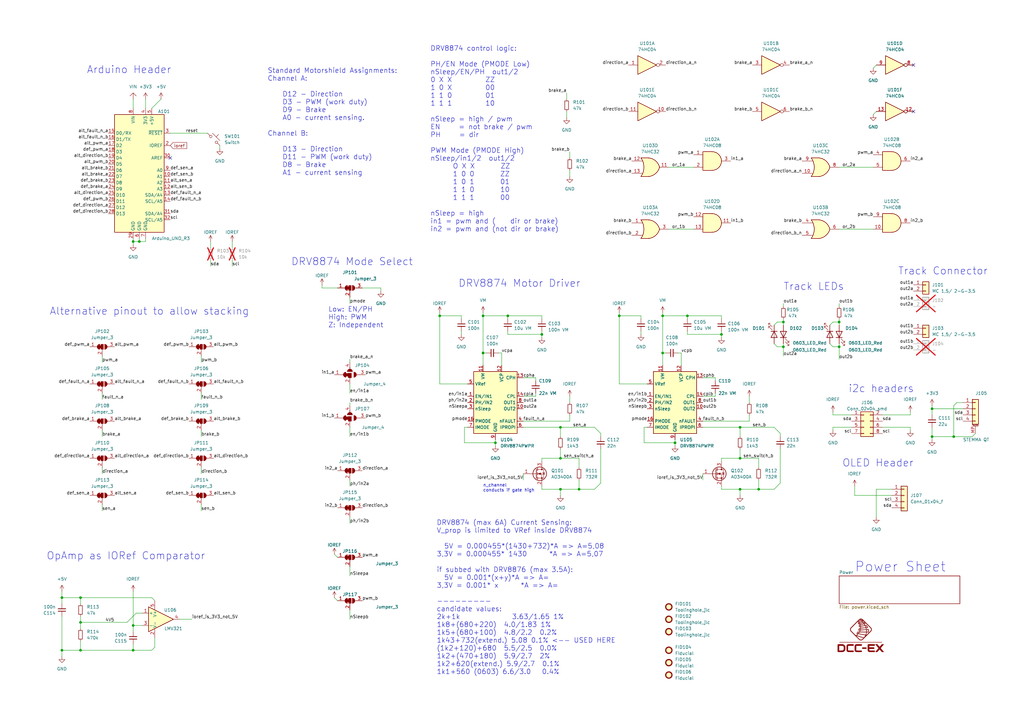
<source format=kicad_sch>
(kicad_sch (version 20230121) (generator eeschema)
  (paper "A3")
  (title_block (title "EX-Motorshield8874") (date "2023-02-23") (rev "RevA") (company "semify-eda.com") (comment 1 "Engineer: Erwin Peterlin") (comment 3 "CERN-OHL-W v2 or later") (comment 4 "Licensed under"))
  (junction (at 25.4 245.11))
  (junction (at 311.15 200.66))
  (junction (at 344.17 142.24))
  (junction (at 57.15 99.06))
  (junction (at 222.25 137.16))
  (junction (at 295.91 137.16))
  (junction (at 54.61 256.54))
  (junction (at 25.4 266.7))
  (junction (at 229.87 187.96))
  (junction (at 208.28 129.54))
  (junction (at 237.49 200.66))
  (junction (at 54.61 99.06))
  (junction (at 321.31 132.08))
  (junction (at 271.78 129.54))
  (junction (at 254 129.54))
  (junction (at 33.02 245.11))
  (junction (at 198.12 129.54))
  (junction (at 229.87 175.26))
  (junction (at 391.16 179.07))
  (junction (at 198.12 144.78))
  (junction (at 180.34 129.54))
  (junction (at 276.86 181.61))
  (junction (at 303.53 200.66))
  (junction (at 281.94 129.54))
  (junction (at 229.87 200.66))
  (junction (at 54.61 266.7))
  (junction (at 382.27 179.07))
  (junction (at 303.53 175.26))
  (junction (at 344.17 132.08))
  (junction (at 33.02 255.27))
  (junction (at 382.27 167.64))
  (junction (at 203.2 181.61))
  (junction (at 271.78 144.78))
  (junction (at 303.53 187.96))
  (junction (at 33.02 266.7))
  (junction (at 321.31 142.24))
  (no_connect (at 374.65 45.72))
  (no_connect (at 69.85 64.77))
  (no_connect (at 374.65 26.67))
  (wire (pts (xy 303.53 187.96) (xy 311.15 187.96)))
  (wire (pts (xy 82.55 194.31) (xy 82.55 191.77)))
  (wire (pts (xy 344.17 93.98) (xy 358.14 93.98)))
  (wire (pts (xy 143.51 254) (xy 143.51 250.19)))
  (wire (pts (xy 57.15 99.06) (xy 59.69 99.06)))
  (wire (pts (xy 25.4 245.11) (xy 25.4 247.65)))
  (wire (pts (xy 262.89 137.16) (xy 262.89 135.89)))
  (wire (pts (xy 271.78 144.78) (xy 273.05 144.78)))
  (wire (pts (xy 222.25 200.66) (xy 229.87 200.66)))
  (wire (pts (xy 41.91 163.83) (xy 41.91 161.29)))
  (wire (pts (xy 341.63 170.18) (xy 349.25 170.18)))
  (wire (pts (xy 359.41 200.66) (xy 359.41 212.09)))
  (wire (pts (xy 392.43 165.1) (xy 391.16 166.37)))
  (wire (pts (xy 229.87 175.26) (xy 229.87 179.07)))
  (wire (pts (xy 295.91 187.96) (xy 303.53 187.96)))
  (wire (pts (xy 307.34 170.18) (xy 307.34 172.72)))
  (wire (pts (xy 321.31 124.46) (xy 321.31 125.73)))
  (wire (pts (xy 295.91 137.16) (xy 281.94 137.16)))
  (wire (pts (xy 233.68 64.77) (xy 233.68 62.23)))
  (wire (pts (xy 189.23 137.16) (xy 189.23 135.89)))
  (wire (pts (xy 95.25 109.22) (xy 95.25 106.68)))
  (wire (pts (xy 391.16 179.07) (xy 398.78 179.07)))
  (wire (pts (xy 276.86 182.88) (xy 276.86 181.61)))
  (wire (pts (xy 203.2 182.88) (xy 203.2 181.61)))
  (wire (pts (xy 382.27 167.64) (xy 382.27 170.18)))
  (wire (pts (xy 190.5 175.26) (xy 191.77 175.26)))
  (wire (pts (xy 143.51 124.46) (xy 143.51 121.92)))
  (wire (pts (xy 222.25 199.39) (xy 222.25 200.66)))
  (wire (pts (xy 232.41 45.72) (xy 232.41 48.26)))
  (wire (pts (xy 237.49 196.85) (xy 237.49 200.66)))
  (wire (pts (xy 198.12 144.78) (xy 199.39 144.78)))
  (wire (pts (xy 341.63 175.26) (xy 349.25 175.26)))
  (wire (pts (xy 320.04 184.15) (xy 320.04 198.12)))
  (wire (pts (xy 62.23 245.11) (xy 63.5 246.38)))
  (wire (pts (xy 264.16 181.61) (xy 276.86 181.61)))
  (wire (pts (xy 143.51 147.32) (xy 143.51 148.59)))
  (wire (pts (xy 86.36 109.22) (xy 86.36 106.68)))
  (wire (pts (xy 340.36 140.97) (xy 341.63 142.24)))
  (wire (pts (xy 95.25 99.06) (xy 95.25 101.6)))
  (wire (pts (xy 392.43 165.1) (xy 394.97 165.1)))
  (wire (pts (xy 233.68 162.56) (xy 233.68 165.1)))
  (wire (pts (xy 205.74 144.78) (xy 205.74 149.86)))
  (wire (pts (xy 303.53 184.15) (xy 303.53 187.96)))
  (wire (pts (xy 143.51 214.63) (xy 143.51 212.09)))
  (wire (pts (xy 237.49 200.66) (xy 243.84 200.66)))
  (wire (pts (xy 321.31 130.81) (xy 321.31 132.08)))
  (wire (pts (xy 198.12 129.54) (xy 198.12 144.78)))
  (wire (pts (xy 25.4 266.7) (xy 25.4 269.24)))
  (wire (pts (xy 237.49 187.96) (xy 237.49 191.77)))
  (wire (pts (xy 219.71 161.29) (xy 219.71 162.56)))
  (wire (pts (xy 276.86 180.34) (xy 276.86 181.61)))
  (wire (pts (xy 271.78 129.54) (xy 281.94 129.54)))
  (wire (pts (xy 246.38 184.15) (xy 246.38 198.12)))
  (wire (pts (xy 318.77 132.08) (xy 321.31 132.08)))
  (wire (pts (xy 214.63 154.94) (xy 219.71 154.94)))
  (wire (pts (xy 190.5 175.26) (xy 190.5 181.61)))
  (wire (pts (xy 41.91 194.31) (xy 41.91 191.77)))
  (wire (pts (xy 62.23 266.7) (xy 63.5 265.43)))
  (wire (pts (xy 293.37 162.56) (xy 288.29 162.56)))
  (wire (pts (xy 55.88 251.46) (xy 58.42 251.46)))
  (wire (pts (xy 243.84 175.26) (xy 246.38 177.8)))
  (wire (pts (xy 344.17 124.46) (xy 344.17 125.73)))
  (wire (pts (xy 254 129.54) (xy 254 157.48)))
  (wire (pts (xy 69.85 54.61) (xy 85.09 54.61)))
  (wire (pts (xy 318.77 142.24) (xy 321.31 142.24)))
  (wire (pts (xy 198.12 144.78) (xy 198.12 149.86)))
  (wire (pts (xy 132.08 116.84) (xy 132.08 118.11)))
  (wire (pts (xy 254 157.48) (xy 265.43 157.48)))
  (wire (pts (xy 54.61 256.54) (xy 54.61 259.08)))
  (wire (pts (xy 341.63 168.91) (xy 341.63 170.18)))
  (wire (pts (xy 320.04 198.12) (xy 317.5 200.66)))
  (wire (pts (xy 293.37 154.94) (xy 293.37 156.21)))
  (wire (pts (xy 190.5 181.61) (xy 203.2 181.61)))
  (wire (pts (xy 274.32 93.98) (xy 284.48 93.98)))
  (wire (pts (xy 358.14 46.99) (xy 359.41 45.72)))
  (wire (pts (xy 344.17 68.58) (xy 358.14 68.58)))
  (wire (pts (xy 156.21 118.11) (xy 148.59 118.11)))
  (wire (pts (xy 278.13 144.78) (xy 279.4 144.78)))
  (wire (pts (xy 82.55 209.55) (xy 82.55 207.01)))
  (wire (pts (xy 208.28 129.54) (xy 222.25 129.54)))
  (wire (pts (xy 214.63 175.26) (xy 229.87 175.26)))
  (wire (pts (xy 229.87 200.66) (xy 229.87 203.2)))
  (wire (pts (xy 320.04 177.8) (xy 320.04 179.07)))
  (wire (pts (xy 229.87 184.15) (xy 229.87 187.96)))
  (wire (pts (xy 264.16 175.26) (xy 264.16 181.61)))
  (wire (pts (xy 344.17 140.97) (xy 344.17 142.24)))
  (wire (pts (xy 82.55 148.59) (xy 82.55 146.05)))
  (wire (pts (xy 33.02 245.11) (xy 33.02 247.65)))
  (wire (pts (xy 232.41 40.64) (xy 232.41 38.1)))
  (wire (pts (xy 90.17 59.69) (xy 90.17 60.96)))
  (wire (pts (xy 33.02 255.27) (xy 52.07 255.27)))
  (wire (pts (xy 361.95 170.18) (xy 373.38 170.18)))
  (wire (pts (xy 382.27 180.34) (xy 382.27 179.07)))
  (wire (pts (xy 156.21 118.11) (xy 156.21 119.38)))
  (wire (pts (xy 373.38 175.26) (xy 373.38 176.53)))
  (wire (pts (xy 33.02 266.7) (xy 54.61 266.7)))
  (wire (pts (xy 341.63 132.08) (xy 344.17 132.08)))
  (wire (pts (xy 317.5 140.97) (xy 318.77 142.24)))
  (wire (pts (xy 303.53 200.66) (xy 303.53 203.2)))
  (wire (pts (xy 274.32 68.58) (xy 284.48 68.58)))
  (wire (pts (xy 262.89 129.54) (xy 262.89 130.81)))
  (wire (pts (xy 41.91 148.59) (xy 41.91 146.05)))
  (wire (pts (xy 233.68 69.85) (xy 233.68 72.39)))
  (wire (pts (xy 361.95 175.26) (xy 373.38 175.26)))
  (wire (pts (xy 344.17 132.08) (xy 344.17 133.35)))
  (wire (pts (xy 303.53 200.66) (xy 311.15 200.66)))
  (wire (pts (xy 137.16 245.11) (xy 138.43 246.38)))
  (wire (pts (xy 264.16 175.26) (xy 265.43 175.26)))
  (wire (pts (xy 307.34 162.56) (xy 307.34 165.1)))
  (wire (pts (xy 33.02 255.27) (xy 33.02 257.81)))
  (wire (pts (xy 214.63 172.72) (xy 233.68 172.72)))
  (wire (pts (xy 198.12 128.27) (xy 198.12 129.54)))
  (wire (pts (xy 281.94 137.16) (xy 281.94 135.89)))
  (wire (pts (xy 33.02 245.11) (xy 25.4 245.11)))
  (wire (pts (xy 344.17 130.81) (xy 344.17 132.08)))
  (wire (pts (xy 33.02 262.89) (xy 33.02 266.7)))
  (wire (pts (xy 180.34 128.27) (xy 180.34 129.54)))
  (wire (pts (xy 143.51 179.07) (xy 143.51 175.26)))
  (wire (pts (xy 204.47 144.78) (xy 205.74 144.78)))
  (wire (pts (xy 180.34 129.54) (xy 180.34 157.48)))
  (wire (pts (xy 311.15 187.96) (xy 311.15 191.77)))
  (wire (pts (xy 54.61 264.16) (xy 54.61 266.7)))
  (wire (pts (xy 254 128.27) (xy 254 129.54)))
  (wire (pts (xy 219.71 154.94) (xy 219.71 156.21)))
  (wire (pts (xy 246.38 177.8) (xy 246.38 179.07)))
  (wire (pts (xy 233.68 170.18) (xy 233.68 172.72)))
  (wire (pts (xy 143.51 199.39) (xy 143.51 196.85)))
  (wire (pts (xy 180.34 157.48) (xy 191.77 157.48)))
  (wire (pts (xy 63.5 261.62) (xy 63.5 265.43)))
  (wire (pts (xy 344.17 142.24) (xy 344.17 147.32)))
  (wire (pts (xy 229.87 175.26) (xy 243.84 175.26)))
  (wire (pts (xy 208.28 137.16) (xy 208.28 135.89)))
  (wire (pts (xy 82.55 163.83) (xy 82.55 161.29)))
  (wire (pts (xy 271.78 129.54) (xy 271.78 144.78)))
  (wire (pts (xy 25.4 266.7) (xy 33.02 266.7)))
  (wire (pts (xy 54.61 100.33) (xy 54.61 99.06)))
  (wire (pts (xy 281.94 129.54) (xy 295.91 129.54)))
  (wire (pts (xy 54.61 40.64) (xy 54.61 44.45)))
  (wire (pts (xy 143.51 236.22) (xy 143.51 232.41)))
  (wire (pts (xy 288.29 154.94) (xy 293.37 154.94)))
  (wire (pts (xy 295.91 138.43) (xy 295.91 137.16)))
  (wire (pts (xy 295.91 199.39) (xy 295.91 200.66)))
  (wire (pts (xy 203.2 180.34) (xy 203.2 181.61)))
  (wire (pts (xy 288.29 172.72) (xy 307.34 172.72)))
  (wire (pts (xy 41.91 179.07) (xy 41.91 176.53)))
  (wire (pts (xy 208.28 130.81) (xy 208.28 129.54)))
  (wire (pts (xy 54.61 256.54) (xy 54.61 242.57)))
  (wire (pts (xy 359.41 200.66) (xy 365.76 200.66)))
  (wire (pts (xy 54.61 99.06) (xy 57.15 99.06)))
  (wire (pts (xy 279.4 144.78) (xy 279.4 149.86)))
  (wire (pts (xy 25.4 242.57) (xy 25.4 245.11)))
  (wire (pts (xy 222.25 189.23) (xy 222.25 187.96)))
  (wire (pts (xy 86.36 99.06) (xy 86.36 101.6)))
  (wire (pts (xy 54.61 99.06) (xy 54.61 97.79)))
  (wire (pts (xy 303.53 175.26) (xy 303.53 179.07)))
  (wire (pts (xy 137.16 227.33) (xy 138.43 228.6)))
  (wire (pts (xy 54.61 256.54) (xy 58.42 256.54)))
  (wire (pts (xy 143.51 161.29) (xy 143.51 157.48)))
  (wire (pts (xy 358.14 27.94) (xy 359.41 26.67)))
  (wire (pts (xy 350.52 199.39) (xy 350.52 203.2)))
  (wire (pts (xy 59.69 40.64) (xy 59.69 44.45)))
  (wire (pts (xy 246.38 198.12) (xy 243.84 200.66)))
  (wire (pts (xy 33.02 245.11) (xy 62.23 245.11)))
  (wire (pts (xy 222.25 135.89) (xy 222.25 137.16)))
  (wire (pts (xy 303.53 175.26) (xy 317.5 175.26)))
  (wire (pts (xy 317.5 175.26) (xy 320.04 177.8)))
  (wire (pts (xy 281.94 130.81) (xy 281.94 129.54)))
  (wire (pts (xy 321.31 142.24) (xy 321.31 146.05)))
  (wire (pts (xy 222.25 137.16) (xy 208.28 137.16)))
  (wire (pts (xy 295.91 129.54) (xy 295.91 130.81)))
  (wire (pts (xy 321.31 140.97) (xy 321.31 142.24)))
  (wire (pts (xy 382.27 166.37) (xy 382.27 167.64)))
  (wire (pts (xy 311.15 196.85) (xy 311.15 200.66)))
  (wire (pts (xy 341.63 142.24) (xy 344.17 142.24)))
  (wire (pts (xy 229.87 200.66) (xy 237.49 200.66)))
  (wire (pts (xy 214.63 194.31) (xy 214.63 196.85)))
  (wire (pts (xy 73.66 254) (xy 78.74 254)))
  (wire (pts (xy 271.78 144.78) (xy 271.78 149.86)))
  (wire (pts (xy 321.31 132.08) (xy 321.31 133.35)))
  (wire (pts (xy 55.88 251.46) (xy 52.07 255.27)))
  (wire (pts (xy 25.4 252.73) (xy 25.4 266.7)))
  (wire (pts (xy 350.52 203.2) (xy 365.76 203.2)))
  (wire (pts (xy 288.29 175.26) (xy 303.53 175.26)))
  (wire (pts (xy 317.5 133.35) (xy 318.77 132.08)))
  (wire (pts (xy 143.51 165.1) (xy 143.51 166.37)))
  (wire (pts (xy 82.55 179.07) (xy 82.55 176.53)))
  (wire (pts (xy 382.27 167.64) (xy 394.97 167.64)))
  (wire (pts (xy 189.23 129.54) (xy 189.23 130.81)))
  (wire (pts (xy 59.69 99.06) (xy 59.69 97.79)))
  (wire (pts (xy 219.71 162.56) (xy 214.63 162.56)))
  (wire (pts (xy 222.25 129.54) (xy 222.25 130.81)))
  (wire (pts (xy 382.27 175.26) (xy 382.27 179.07)))
  (wire (pts (xy 229.87 187.96) (xy 237.49 187.96)))
  (wire (pts (xy 271.78 128.27) (xy 271.78 129.54)))
  (wire (pts (xy 293.37 161.29) (xy 293.37 162.56)))
  (wire (pts (xy 33.02 252.73) (xy 33.02 255.27)))
  (wire (pts (xy 222.25 138.43) (xy 222.25 137.16)))
  (wire (pts (xy 254 129.54) (xy 262.89 129.54)))
  (wire (pts (xy 66.04 40.64) (xy 62.23 44.45)))
  (wire (pts (xy 295.91 135.89) (xy 295.91 137.16)))
  (wire (pts (xy 398.78 179.07) (xy 400.05 177.8)))
  (wire (pts (xy 54.61 266.7) (xy 62.23 266.7)))
  (wire (pts (xy 373.38 168.91) (xy 373.38 170.18)))
  (wire (pts (xy 198.12 129.54) (xy 208.28 129.54)))
  (wire (pts (xy 180.34 129.54) (xy 189.23 129.54)))
  (wire (pts (xy 382.27 179.07) (xy 391.16 179.07)))
  (wire (pts (xy 311.15 200.66) (xy 317.5 200.66)))
  (wire (pts (xy 41.91 209.55) (xy 41.91 207.01)))
  (wire (pts (xy 295.91 200.66) (xy 303.53 200.66)))
  (wire (pts (xy 132.08 118.11) (xy 138.43 118.11)))
  (wire (pts (xy 340.36 133.35) (xy 341.63 132.08)))
  (wire (pts (xy 288.29 194.31) (xy 288.29 196.85)))
  (wire (pts (xy 222.25 187.96) (xy 229.87 187.96)))
  (wire (pts (xy 341.63 175.26) (xy 341.63 176.53)))
  (wire (pts (xy 57.15 99.06) (xy 57.15 97.79)))
  (wire (pts (xy 391.16 166.37) (xy 391.16 179.07)))
  (wire (pts (xy 295.91 189.23) (xy 295.91 187.96)))
  (text "Power Sheet" (at 350.52 234.95 0) (effects (font (size 4 4)) (justify left bottom)))
  (text "Standard Motorshield Assignments:\nChannel A:\n\n    D12 - Direction\n    D3 - PWM (work duty)\n    D9 - Brake\n    A0 - current sensing.\n\nChannel B:\n\n    D13 - Direction\n    D11 - PWM (work duty)\n    D8 - Brake\n    A1 - current sensing\n" (at 109.728 72.136 0) (effects (font (size 2 2)) (justify left bottom)))
  (text "Track LEDs" (at 321.31 119.38 0) (effects (font (size 3 3)) (justify left bottom)))
  (text "DRV8874 Mode Select" (at 119.38 109.22 0) (effects (font (size 3 3)) (justify left bottom)))
  (text "Low: EN/PH\nHigh: PWM\nZ: Independent" (at 134.62 134.62 0) (effects (font (size 2 2)) (justify left bottom)))
  (text "OpAmp as IORef Comparator" (at 19.05 229.87 0) (effects (font (size 3 3)) (justify left bottom)))
  (text "DRV8874 Motor Driver" (at 187.96 118.11 0) (effects (font (size 3 3)) (justify left bottom)))
  (text "DRV8874 (max 6A) Current Sensing: \nV_prop is limited to VRef inside DRV8874\n\n  5V = 0.000455*(1430+732)*A => A=5,08\n3,3V = 0.000455* 1430      *A => A=5,07\n\nif subbed with DRV8876 (max 3.5A):\n  5V = 0.001*(x+y)*A => A=\n3,3V = 0.001* x      *A => A=\n\n---------\ncandidate values:\n2k+1k              3.63/1.65 1%\n1k8+(680+220)  4.0/1.83 1%\n1k5+(680+100)  4.8/2.2  0.2%\n1k43+732(extend.) 5.08 0.1% <-- USED HERE\n(1k2+120)+680  5.5/2.5  0.0%   \n1k2+(470+180)  5.9/2.7  2%\n1k2+620(extend.) 5.9/2.7  0.1%\n1k1+560 (0603) 6.6/3.0   0.4%\n" (at 179.07 276.86 0) (effects (font (size 2 2)) (justify left bottom)))
  (text "n_channel\nconducts if gate high" (at 198.12 201.93 0) (effects (font (size 1.27 1.27)) (justify left bottom)))
  (text "DRV8874 control logic:\n\nPH/EN Mode (PMODE Low)\nnSleep/EN/PH  out1/2\n0 X X         ZZ\n1 0 X         00\n1 1 0         01\n1 1 1         10\n\nnSleep = high / pwm\nEN     = not brake / pwm\nPH     = dir\n\nPWM Mode (PMODE High)\nnSleep/in1/2  out1/2\n      O X X       ZZ\n      1 0 0       ZZ\n      1 0 1       01\n      1 1 0       10\n      1 1 1       00\n\nnSleep = high\nin1 = pwm and (    dir or brake)\nin2 = pwm and (not dir or brake)" (at 176.53 95.25 0) (effects (font (size 2 2)) (justify left bottom)))
  (text "Arduino Header" (at 35.56 30.48 0) (effects (font (size 3 3)) (justify left bottom)))
  (text "Track Connector" (at 368.3 113.03 0) (effects (font (size 3 3)) (justify left bottom)))
  (text "Alternative pinout to allow stacking" (at 20.32 129.54 0) (effects (font (size 3 3)) (justify left bottom)))
  (text "new MotorDriver( 3, 12, UNUSED_PIN, 9, A0, 2.99, 1500, UNUSED_PIN), \\\n  new MotorDriver(11, 13, UNUSED_PIN, 8, A1, 2.99, 1500, UNUSED_PIN), \\\n  new MotorDriver( 2, 10, UNUSED_PIN, 7, A2, 2.99, 1500, UNUSED_PIN), \\\n  new MotorDriver( 5,  4, UNUSED_PIN, 6, A3, 2.99, 1500, UNUSED_PIN)" (at 20.574 -9.652 0) (effects (font (size 3 3)) (justify left bottom)))
  (text "OLED Header" (at 345.44 191.77 0) (effects (font (size 3 3)) (justify left bottom)))
  (text "i2c headers" (at 347.98 161.29 0) (effects (font (size 3 3)) (justify left bottom)))
  (label "pwm_b" (at 82.55 148.59 0))
  (label "direction_a_n" (at 328.93 71.12 180))
  (label "alt_direction_a" (at 46.99 187.96 0))
  (label "ioref_is_3V3_not_5V" (at 78.74 254 0))
  (label "out2a" (at 374.65 125.73 180))
  (label "cphb" (at 288.29 154.94 0))
  (label "brake_a" (at 328.93 66.04 180))
  (label "fault_n_a" (at 41.91 163.83 0))
  (label "out1b" (at 344.17 124.46 0))
  (label "pwm_a" (at 358.14 63.5 180))
  (label "sen_b" (at 308.61 175.26 0))
  (label "in2_a" (at 373.38 66.04 0))
  (label "def_direction_a" (at 36.83 187.96 180))
  (label "out2b" (at 344.17 147.32 0))
  (label "direction_a" (at 41.91 194.31 0))
  (label "brake_b" (at 259.08 91.44 180))
  (label "def_fault_n_b" (at 77.47 157.48 180))
  (label "out2a" (at 214.63 167.64 0))
  (label "cpha" (at 214.63 154.94 0))
  (label "direction_a_n" (at 273.05 26.67 0))
  (label "direction_a" (at 259.08 71.12 180))
  (label "alt_sen_b" (at 87.63 203.2 0))
  (label "def_fault_n_a" (at 69.85 80.01 0))
  (label "nSleepa" (at 191.77 167.64 180))
  (label "brake_a" (at 259.08 66.04 180))
  (label "def_fault_n_a" (at 36.83 157.48 180))
  (label "brake_a" (at 41.91 179.07 0))
  (label "alt_brake_b" (at 87.63 172.72 0))
  (label "en{slash}in1a" (at 143.51 161.29 0))
  (label "pmode" (at 143.51 124.46 0))
  (label "direction_b" (at 257.81 45.72 180))
  (label "ioref_is_3V3_not_5V" (at 214.63 196.85 180))
  (label "alt_brake_b" (at 44.45 69.85 180))
  (label "out1b" (at 374.65 140.97 180))
  (label "ph{slash}in2b" (at 265.43 165.1 180))
  (label "alt_sen_a" (at 46.99 203.2 0))
  (label "sda" (at 365.76 208.28 180))
  (label "cpla" (at 214.63 162.56 0))
  (label "alt_brake_a" (at 44.45 72.39 180))
  (label "brake_b" (at 308.61 45.72 180))
  (label "alt_direction_b" (at 87.63 187.96 0))
  (label "brake_b" (at 82.55 179.07 0))
  (label "alt_fault_n_a" (at 46.99 157.48 0))
  (label "cplb" (at 288.29 162.56 0))
  (label "scl" (at 365.76 205.74 180))
  (label "vcpb" (at 279.4 144.78 0))
  (label "out2a" (at 321.31 146.05 0))
  (label "direction_b_n" (at 328.93 96.52 180))
  (label "alt_sen_b" (at 69.85 77.47 0))
  (label "direction_b" (at 148.59 208.28 0))
  (label "pwm_a" (at 148.59 228.6 0))
  (label "def_sen_b" (at 69.85 72.39 0))
  (label "def_pwm_b" (at 44.45 82.55 180))
  (label "pmode" (at 191.77 172.72 180))
  (label "en{slash}in1b" (at 143.51 179.07 0))
  (label "pwm_b" (at 149.86 171.45 0))
  (label "def_direction_b" (at 77.47 187.96 180))
  (label "alt_direction_a" (at 44.45 80.01 180))
  (label "def_sen_a" (at 69.85 69.85 0))
  (label "out1a" (at 374.65 123.19 180))
  (label "direction_b" (at 259.08 96.52 180))
  (label "def_pwm_a" (at 36.83 142.24 180))
  (label "fault_n_b" (at 288.29 172.72 0))
  (label "scl" (at 394.97 172.72 180))
  (label "brake_b" (at 328.93 91.44 180))
  (label "def_pwm_b" (at 77.47 142.24 180))
  (label "sen_switch_b" (at 304.8 187.96 0))
  (label "brake_a" (at 232.41 38.1 180))
  (label "def_brake_a" (at 44.45 77.47 180))
  (label "in1_b" (at 137.16 171.45 180))
  (label "scl" (at 95.25 109.22 0))
  (label "def_brake_a" (at 36.83 172.72 180))
  (label "or_2a" (at 345.44 68.58 0))
  (label "sda" (at 361.95 172.72 0))
  (label "alt_sen_a" (at 69.85 74.93 0))
  (label "sen_a" (at 234.95 175.26 0))
  (label "out1b" (at 374.65 134.62 180))
  (label "ioref_is_3V3_not_5V" (at 288.29 196.85 180))
  (label "brake_b_n" (at 143.51 165.1 0))
  (label "or_2b" (at 345.44 93.98 0))
  (label "brake_b" (at 233.68 62.23 180))
  (label "pwm_a" (at 149.86 153.67 0))
  (label "alt_pwm_a" (at 44.45 59.69 180))
  (label "def_fault_n_b" (at 69.85 82.55 0))
  (label "alt_brake_a" (at 46.99 172.72 0))
  (label "out1a" (at 214.63 165.1 0))
  (label "alt_fault_n_a" (at 44.45 54.61 180))
  (label "pwm_a" (at 284.48 63.5 180))
  (label "def_brake_b" (at 77.47 172.72 180))
  (label "out1a" (at 321.31 124.46 0))
  (label "fault_n_a" (at 214.63 172.72 0))
  (label "direction_a" (at 257.81 26.67 180))
  (label "alt_pwm_b" (at 44.45 67.31 180))
  (label "out2b" (at 374.65 137.16 180))
  (label "def_pwm_a" (at 44.45 62.23 180))
  (label "sda" (at 394.97 170.18 180))
  (label "nSleepa" (at 143.51 236.22 0))
  (label "alt_direction_b" (at 44.45 64.77 180))
  (label "ph{slash}in2b" (at 143.51 214.63 0))
  (label "sen_switch_a" (at 231.14 187.96 0))
  (label "scl" (at 361.95 177.8 0))
  (label "brake_a_n" (at 143.51 147.32 0))
  (label "out1b" (at 288.29 165.1 0))
  (label "out2b" (at 288.29 167.64 0))
  (label "sda" (at 69.85 87.63 0))
  (label "direction_a" (at 148.59 193.04 0))
  (label "def_sen_b" (at 77.47 203.2 180))
  (label "nSleepb" (at 143.51 254 0))
  (label "ph{slash}in2a" (at 191.77 165.1 180))
  (label "brake_b_n" (at 323.85 45.72 0))
  (label "def_brake_b" (at 44.45 74.93 180))
  (label "4V5" (at 43.18 255.27 0))
  (label "out2a" (at 374.65 119.38 180))
  (label "alt_fault_n_b" (at 87.63 157.48 0))
  (label "pwm_b" (at 284.48 88.9 180))
  (label "pmode" (at 265.43 172.72 180))
  (label "pwm_b" (at 148.59 246.38 0))
  (label "in2_a" (at 138.43 193.04 180))
  (label "pwm_b" (at 358.14 88.9 180))
  (label "ph{slash}in2a" (at 143.51 199.39 0))
  (label "scl" (at 69.85 90.17 0))
  (label "sen_a" (at 41.91 209.55 0))
  (label "scl" (at 349.25 177.8 180))
  (label "direction_b" (at 82.55 194.31 0))
  (label "brake_a_n" (at 323.85 26.67 0))
  (label "or_1b" (at 275.59 93.98 0))
  (label "sda" (at 86.36 109.22 0))
  (label "in1_a" (at 299.72 66.04 0))
  (label "out2b" (at 374.65 143.51 180))
  (label "def_direction_b" (at 44.45 87.63 180))
  (label "def_direction_a" (at 44.45 85.09 180))
  (label "alt_pwm_b" (at 87.63 142.24 0))
  (label "vcpa" (at 205.74 144.78 0))
  (label "en{slash}in1b" (at 265.43 162.56 180))
  (label "nSleepb" (at 265.43 167.64 180))
  (label "in2_b" (at 138.43 208.28 180))
  (label "sda" (at 349.25 172.72 180))
  (label "in2_b" (at 373.38 91.44 0))
  (label "def_sen_a" (at 36.83 203.2 180))
  (label "reset" (at 76.2 54.61 0))
  (label "pwm_a" (at 41.91 148.59 0))
  (label "in1_a" (at 137.16 153.67 180))
  (label "brake_a" (at 308.61 26.67 180))
  (label "en{slash}in1a" (at 191.77 162.56 180))
  (label "or_1a" (at 275.59 68.58 0))
  (label "alt_fault_n_b" (at 44.45 57.15 180))
  (label "out1a" (at 374.65 116.84 180))
  (label "direction_b_n" (at 273.05 45.72 0))
  (label "sen_b" (at 82.55 209.55 0))
  (label "in1_b" (at 299.72 91.44 0))
  (label "fault_n_b" (at 82.55 163.83 0))
  (label "alt_pwm_a" (at 46.99 142.24 0))
  (global_label "ioref" (shape input) (at 69.85 59.69 0) (property "Intersheetrefs" "${INTERSHEET_REFS}" (effects hide)))
  (symbol (lib_id "power:GND") (at 156.21 119.38 0) (unit 1)
    (property "Reference" "#PWR0113" (effects hide))
    (property "Value" "GND" (at 156.21 124.46 0))
  )
  (symbol (lib_id "74xx:74LS32") (at 266.7 93.98 0) (unit 1)
    (property "Reference" "U103" (at 266.7 85.09 0))
    (property "Value" "74HC32" (at 266.7 87.63 0))
    (property "Footprint" "Package_SO:SO-14_3.9x8.65mm_P1.27mm" (effects hide))
    (property "LCSC Part #" "C5632" (effects hide))
    (property "rohs_cert_or_in_datasheet" "y" (effects hide))
  )
  (symbol (lib_id "power:GND") (at 54.61 100.33 0) (unit 1)
    (property "Reference" "#PWR0111" (effects hide))
    (property "Value" "GND" (at 54.61 105.41 0))
  )
  (symbol (lib_id "Jumper:SolderJumper_3_Bridged12") (at 41.91 203.2 0) (unit 1) (in_bom no)
    (property "Reference" "JP113" (at 41.91 196.85 0))
    (property "Value" "Jumper_3" (at 41.91 199.39 0))
    (property "Footprint" "Jumper:SolderJumper-3_P1.3mm_Bridged12_RoundedPad1.0x1.5mm" (effects hide))
  )
  (symbol (lib_id "_my:IOREF") (at 137.16 245.11 0) (unit 1) (in_bom no) (on_board no)
    (property "Reference" "#PWR0139" (effects hide))
    (property "Value" "IOREF" (at 137.16 241.3 0))
  )
  (symbol (lib_id "power:GND") (at 276.86 182.88 0) (unit 1)
    (property "Reference" "#PWR0131" (effects hide))
    (property "Value" "GND" (at 276.86 187.96 0))
  )
  (symbol (lib_id "_my:IOREF") (at 307.34 162.56 0) (unit 1) (in_bom no) (on_board no)
    (property "Reference" "#PWR0123" (effects hide))
    (property "Value" "IOREF" (at 307.34 157.48 0))
  )
  (symbol (lib_id "power:GND") (at 382.27 180.34 0) (unit 1)
    (property "Reference" "#PWR0129" (effects hide))
    (property "Value" "GND" (at 382.27 185.42 0))
  )
  (symbol (lib_id "Device:C_Small") (at 281.94 133.35 0) (unit 1)
    (property "Reference" "C105" (at 284.48 132.0862 0) (effects (justify left)))
    (property "Value" "10u VM" (at 284.48 134.6262 0) (effects (justify left)))
    (property "Footprint" "Capacitor_SMD:C_1206_3216Metric" (effects hide))
    (property "LCSC Part #" "C13585" (effects hide))
    (property "rohs_cert_or_in_datasheet" "y" (effects hide))
  )
  (symbol (lib_id "power:GND") (at 189.23 137.16 0) (unit 1)
    (property "Reference" "#PWR0118" (effects hide))
    (property "Value" "GND" (at 189.23 142.24 0))
  )
  (symbol (lib_id "Jumper:SolderJumper_3_Bridged12") (at 82.55 203.2 0) (unit 1) (in_bom no)
    (property "Reference" "JP114" (at 82.55 196.85 0))
    (property "Value" "Jumper_3" (at 82.55 199.39 0))
    (property "Footprint" "Jumper:SolderJumper-3_P1.3mm_Bridged12_RoundedPad1.0x1.5mm" (effects hide))
  )
  (symbol (lib_id "Device:LED") (at 340.36 137.16 270) (unit 1)
    (property "Reference" "D103" (at 332.74 134.62 90) (effects (justify left)))
    (property "Value" "0603_LED_Red" (at 347.98 143.51 90) (effects (justify left)))
    (property "Footprint" "LED_SMD:LED_0603_1608Metric" (effects hide))
    (property "LCSC Part #" "C72038" (effects hide))
    (property "rohs_cert_or_in_datasheet" "y" (effects hide))
  )
  (symbol (lib_id "Device:R_Small") (at 233.68 67.31 0) (unit 1)
    (property "Reference" "R102" (at 236.22 66.0399 0) (effects (justify left)))
    (property "Value" "47k" (at 236.22 68.5799 0) (effects (justify left)))
    (property "Footprint" "_my:R_1005_(0402)" (effects hide))
    (property "LCSC Part #" "C163440" (effects hide))
    (property "rohs_cert_or_in_datasheet" "y" (effects hide))
  )
  (symbol (lib_id "Device:C_Small") (at 25.4 250.19 180) (unit 1)
    (property "Reference" "C114" (at 22.86 251.46 0) (effects (justify left)))
    (property "Value" "100n" (at 22.86 248.92 0) (effects (justify left)))
    (property "Footprint" "_my:C_1005_(0402)" (effects hide))
    (property "LCSC Part #" "C1525" (effects hide))
    (property "rohs_cert_or_in_datasheet" "y" (effects hide))
  )
  (symbol (lib_id "74xx:74LS32") (at 266.7 68.58 0) (unit 4)
    (property "Reference" "U103" (at 266.7 59.69 0))
    (property "Value" "74HC32" (at 266.7 62.23 0))
    (property "Footprint" "Package_SO:SO-14_3.9x8.65mm_P1.27mm" (effects hide))
    (property "LCSC Part #" "C5632" (effects hide))
    (property "rohs_cert_or_in_datasheet" "y" (effects hide))
  )
  (symbol (lib_id "_my:Toolinghole_jlc") (at 274.32 248.92 0) (unit 1)
    (property "Reference" "FID101" (at 276.86 247.6499 0) (effects (justify left)))
    (property "Value" "Toolinghole_jlc" (at 276.86 250.1899 0) (effects (justify left)))
    (property "Footprint" "_my:toolinghole_jlc" (effects hide))
  )
  (symbol (lib_id "_my:IOREF") (at 137.16 227.33 0) (unit 1) (in_bom no) (on_board no)
    (property "Reference" "#PWR0136" (effects hide))
    (property "Value" "IOREF" (at 137.16 223.52 0))
  )
  (symbol (lib_id "Amplifier_Operational:LM321") (at 66.04 254 0) (unit 1)
    (property "Reference" "U106" (at 69.85 250.19 0))
    (property "Value" "LMV321" (at 71.12 257.81 0))
    (property "Footprint" "Package_TO_SOT_SMD:SOT-23-5" (effects hide))
    (property "Datasheet" "https://www.ti.com/cn/lit/ds/symlink/lmv321.pdf?ts=1676406758902&ref_url=https%253A%252F%252Fjlcpcb.com%252F" (effects hide))
    (property "LCSC Part #" "C7972" (effects hide))
    (property "rohs_cert_or_in_datasheet" "y" (effects hide))
  )
  (symbol (lib_id "Device:C_Small") (at 275.59 144.78 90) (unit 1)
    (property "Reference" "C108" (at 275.5963 138.43 90))
    (property "Value" "100n" (at 275.5963 140.97 90))
    (property "Footprint" "_my:C_1005_(0402)" (effects hide))
    (property "LCSC Part #" "C1525" (effects hide))
    (property "rohs_cert_or_in_datasheet" "y" (effects hide))
  )
  (symbol (lib_id "_my:IOREF") (at 373.38 168.91 0) (unit 1) (in_bom no) (on_board no)
    (property "Reference" "#PWR0126" (effects hide))
    (property "Value" "IOREF" (at 373.38 163.83 0))
  )
  (symbol (lib_id "power:GND") (at 262.89 137.16 0) (unit 1)
    (property "Reference" "#PWR0119" (effects hide))
    (property "Value" "GND" (at 262.89 142.24 0))
  )
  (symbol (lib_id "Device:R_Small") (at 321.31 128.27 180) (unit 1)
    (property "Reference" "R105" (at 325.12 127 0))
    (property "Value" "47k" (at 325.12 129.54 0))
    (property "Footprint" "_my:R_1005_(0402)" (effects hide))
    (property "LCSC Part #" "C163440" (effects hide))
    (property "rohs_cert_or_in_datasheet" "y" (effects hide))
  )
  (symbol (lib_id "Device:R_Small") (at 229.87 181.61 0) (unit 1)
    (property "Reference" "R109" (at 232.41 180.3399 0) (effects (justify left)))
    (property "Value" "1k43" (at 232.41 182.8799 0) (effects (justify left)))
    (property "Footprint" "_my:R_1005_(0402)" (effects hide))
    (property "LCSC Part #" "C226851" (effects hide))
    (property "rohs_cert_or_in_datasheet" "y" (effects hide))
  )
  (symbol (lib_id "_my:IOREF") (at 233.68 162.56 0) (unit 1) (in_bom no) (on_board no)
    (property "Reference" "#PWR0122" (effects hide))
    (property "Value" "IOREF" (at 233.68 157.48 0))
  )
  (symbol (lib_id "power:GND") (at 359.41 212.09 0) (unit 1)
    (property "Reference" "#PWR0135" (effects hide))
    (property "Value" "GND" (at 359.41 217.17 0))
  )
  (symbol (lib_id "Connector_Generic:Conn_01x02") (at 379.73 116.84 0) (unit 1)
    (property "Reference" "J101" (at 382.27 116.8399 0) (effects (justify left)))
    (property "Value" "MC 1,5/ 2-G-3,5" (at 382.27 119.3799 0) (effects (justify left)))
    (property "Footprint" "_my:PhoenixContact_MC_1,5_2-G-3.5_1x02_P3.50mm_Horizontal_edited" (effects hide))
    (property "LCSC Part #" "C880572" (effects hide))
    (property "rohs_cert_or_in_datasheet" "n" (effects hide))
  )
  (symbol (lib_id "Device:C_Small") (at 262.89 133.35 0) (unit 1)
    (property "Reference" "C104" (at 265.43 132.08 0) (effects (justify left)))
    (property "Value" "100n" (at 265.43 134.62 0) (effects (justify left)))
    (property "Footprint" "_my:C_1005_(0402)" (effects hide))
    (property "LCSC Part #" "C1525" (effects hide))
    (property "rohs_cert_or_in_datasheet" "y" (effects hide))
  )
  (symbol (lib_id "Device:R_Small") (at 86.36 104.14 0) (unit 1) (in_bom no) (dnp yes)
    (property "Reference" "R103" (at 88.9 102.8699 0) (effects (justify left)))
    (property "Value" "10k" (at 88.9 105.4099 0) (effects (justify left)))
    (property "Footprint" "Resistor_SMD:R_0805_2012Metric_Pad1.20x1.40mm_HandSolder" (effects hide))
  )
  (symbol (lib_id "74xx:74LS08") (at 292.1 91.44 0) (unit 4)
    (property "Reference" "U102" (at 292.1 82.55 0))
    (property "Value" "74HC08" (at 292.1 85.09 0))
    (property "Footprint" "Package_SO:SO-14_3.9x8.65mm_P1.27mm" (effects hide))
    (property "LCSC Part #" "C5593" (effects hide))
    (property "rohs_cert_or_in_datasheet" "y" (effects hide))
  )
  (symbol (lib_id "power:GND") (at 229.87 203.2 0) (unit 1)
    (property "Reference" "#PWR0133" (effects hide))
    (property "Value" "GND" (at 229.87 208.28 0))
  )
  (symbol (lib_id "Mechanical:Fiducial") (at 274.32 266.7 0) (unit 1)
    (property "Reference" "FID104" (at 276.86 265.4299 0) (effects (justify left)))
    (property "Value" "Fiducial" (at 276.86 267.9699 0) (effects (justify left)))
    (property "Footprint" "Fiducial:Fiducial_1mm_Mask2mm" (effects hide))
  )
  (symbol (lib_id "Connector_Generic:Conn_01x04") (at 370.84 203.2 0) (unit 1)
    (property "Reference" "J107" (at 373.38 203.1999 0) (effects (justify left)))
    (property "Value" "Conn_01x04_f" (at 373.38 205.7399 0) (effects (justify left)))
    (property "Footprint" "Connector_PinSocket_2.54mm:PinSocket_1x04_P2.54mm_Vertical" (effects hide))
    (property "LCSC Part #" "C2935975" (effects hide))
    (property "rohs_cert_or_in_datasheet" "n" (effects hide))
  )
  (symbol (lib_id "_my:DCC-EX") (at 353.06 261.62 0) (unit 1) (in_bom no) (on_board no)
    (property "Reference" "#G101" (effects hide))
    (property "Value" "LOGO" (effects hide))
  )
  (symbol (lib_id "Device:C_Small") (at 382.27 172.72 0) (unit 1)
    (property "Reference" "C111" (at 384.81 171.45 0) (effects (justify left)))
    (property "Value" "22u" (at 384.81 173.99 0) (effects (justify left)))
    (property "Footprint" "Capacitor_SMD:C_0805_2012Metric" (effects hide))
    (property "LCSC Part #" "C45783" (effects hide))
    (property "rohs_cert_or_in_datasheet" "y" (effects hide))
  )
  (symbol (lib_id "power:GND") (at 373.38 176.53 0) (unit 1)
    (property "Reference" "#PWR0128" (effects hide))
    (property "Value" "GND" (at 373.38 181.61 0))
  )
  (symbol (lib_id "Device:C_Small") (at 293.37 158.75 180) (unit 1)
    (property "Reference" "C110" (at 294.64 156.21 0) (effects (justify right)))
    (property "Value" "22n VM" (at 294.64 161.29 0) (effects (justify right)))
    (property "Footprint" "_my:C_1005_(0402)" (effects hide))
    (property "LCSC Part #" "C337699" (effects hide))
    (property "rohs_cert_or_in_datasheet" "y" (effects hide))
  )
  (symbol (lib_id "_my:SolderJumper_4") (at 143.51 153.67 0) (unit 1) (in_bom no)
    (property "Reference" "JP104" (at 148.59 149.86 0))
    (property "Value" "Jumper_4" (at 153.67 157.48 0))
    (property "Footprint" "_my:SolderJumper-4" (effects hide))
  )
  (symbol (lib_id "power:GND") (at 222.25 138.43 0) (unit 1)
    (property "Reference" "#PWR0120" (effects hide))
    (property "Value" "GND" (at 222.25 143.51 0))
  )
  (symbol (lib_id "74xx:74HC04") (at 316.23 26.67 0) (unit 2)
    (property "Reference" "U101" (at 316.23 17.78 0))
    (property "Value" "74HC04" (at 316.23 20.32 0))
    (property "Footprint" "Package_SO:SO-14_3.9x8.65mm_P1.27mm" (effects hide))
    (property "Datasheet" "https://assets.nexperia.com/documents/data-sheet/74HC_HCT04.pdf" (effects hide))
    (property "LCSC Part #" "C5590" (effects hide))
    (property "rohs_cert_or_in_datasheet" "y" (effects hide))
  )
  (symbol (lib_id "_my:DRV8874PWPR") (at 203.2 165.1 0) (unit 1)
    (property "Reference" "U104" (at 205.2194 180.34 0) (effects (justify left)))
    (property "Value" "DRV8874PWPR" (at 205.2194 182.88 0) (effects (justify left)))
    (property "Footprint" "_my:HTSSOP-16-1EP_4.4x5mm_P0.65mm_EP3.4x5mm_Mask2.46_HiAmp" (effects hide))
    (property "Datasheet" "http://www.ti.com/lit/ds/symlink/drv8874.pdf" (effects hide))
    (property "LCSC Part #" "C1855818" (effects hide))
    (property "rohs_cert_or_in_datasheet" "y" (effects hide))
  )
  (symbol (lib_id "Device:C_Small") (at 201.93 144.78 90) (unit 1)
    (property "Reference" "C107" (at 201.9363 138.43 90))
    (property "Value" "100n" (at 201.9363 140.97 90))
    (property "Footprint" "_my:C_1005_(0402)" (effects hide))
    (property "LCSC Part #" "C1525" (effects hide))
    (property "rohs_cert_or_in_datasheet" "y" (effects hide))
  )
  (symbol (lib_id "_my:IOREF") (at 54.61 242.57 0) (unit 1) (in_bom no) (on_board no)
    (property "Reference" "#PWR0138" (effects hide))
    (property "Value" "IOREF" (at 54.61 237.49 0))
  )
  (symbol (lib_id "power:GND") (at 232.41 48.26 0) (unit 1)
    (property "Reference" "#PWR0106" (effects hide))
    (property "Value" "GND" (at 232.41 53.34 0))
  )
  (symbol (lib_id "Jumper:SolderJumper_3_Bridged12") (at 82.55 142.24 0) (unit 1) (in_bom no)
    (property "Reference" "JP103" (at 82.55 135.89 0))
    (property "Value" "Jumper_3" (at 82.55 138.43 0))
    (property "Footprint" "Jumper:SolderJumper-3_P1.3mm_Bridged12_RoundedPad1.0x1.5mm" (effects hide))
  )
  (symbol (lib_id "Switch:SW_Push_45deg") (at 87.63 57.15 0) (unit 1)
    (property "Reference" "SW101" (at 95.25 55.88 0))
    (property "Value" "Switch" (at 95.25 58.42 0))
    (property "Footprint" "_my:SW_SPST_TS-1088-AR02016" (effects hide))
    (property "LCSC Part #" "C720477" (effects hide))
    (property "rohs_cert_or_in_datasheet" "y" (effects hide))
  )
  (symbol (lib_id "power:+5V") (at 25.4 242.57 0) (unit 1)
    (property "Reference" "#PWR0137" (effects hide))
    (property "Value" "+5V" (at 25.4 237.49 0))
  )
  (symbol (lib_id "power:GND") (at 203.2 182.88 0) (unit 1)
    (property "Reference" "#PWR0130" (effects hide))
    (property "Value" "GND" (at 203.2 187.96 0))
  )
  (symbol (lib_id "_my:IOREF") (at 132.08 116.84 0) (unit 1) (in_bom no) (on_board no)
    (property "Reference" "#PWR0112" (effects hide))
    (property "Value" "IOREF" (at 132.08 113.03 0))
  )
  (symbol (lib_id "Connector_Generic_MountingPin:Conn_01x04_MountingPin") (at 400.05 167.64 0) (unit 1)
    (property "Reference" "J105" (at 400.05 161.29 0) (effects (justify left)))
    (property "Value" "STEMMA QT" (at 394.97 180.34 0) (effects (justify left)))
    (property "Footprint" "Connector_JST:JST_SH_SM04B-SRSS-TB_1x04-1MP_P1.00mm_Horizontal" (effects hide))
    (property "LCSC Part #" "C160404" (effects hide))
    (property "rohs_cert_or_in_datasheet" "obtainable" (effects hide))
  )
  (symbol (lib_id "Jumper:SolderJumper_3_Bridged12") (at 82.55 157.48 0) (unit 1) (in_bom no)
    (property "Reference" "JP106" (at 82.55 151.13 0))
    (property "Value" "Jumper_3" (at 82.55 153.67 0))
    (property "Footprint" "Jumper:SolderJumper-3_P1.3mm_Bridged12_RoundedPad1.0x1.5mm" (effects hide))
  )
  (symbol (lib_id "power:GND") (at 358.14 27.94 0) (unit 1)
    (property "Reference" "#PWR0101" (effects hide))
    (property "Value" "GND" (at 358.14 33.02 0))
  )
  (symbol (lib_id "74xx:74LS08") (at 365.76 91.44 0) (unit 3)
    (property "Reference" "U102" (at 365.76 82.55 0))
    (property "Value" "74HC08" (at 365.76 85.09 0))
    (property "Footprint" "Package_SO:SO-14_3.9x8.65mm_P1.27mm" (effects hide))
    (property "LCSC Part #" "C5593" (effects hide))
    (property "rohs_cert_or_in_datasheet" "y" (effects hide))
  )
  (symbol (lib_id "Jumper:SolderJumper_3_Bridged12") (at 41.91 142.24 0) (unit 1) (in_bom no)
    (property "Reference" "JP102" (at 41.91 135.89 0))
    (property "Value" "Jumper_3" (at 41.91 138.43 0))
    (property "Footprint" "Jumper:SolderJumper-3_P1.3mm_Bridged12_RoundedPad1.0x1.5mm" (effects hide))
  )
  (symbol (lib_id "Device:R_Small") (at 237.49 194.31 0) (unit 1)
    (property "Reference" "R111" (at 240.03 193.0399 0) (effects (justify left)))
    (property "Value" "732R" (at 240.03 195.5799 0) (effects (justify left)))
    (property "Footprint" "_my:R_1005_(0402)" (effects hide))
    (property "LCSC Part #" "C137939" (effects hide))
    (property "rohs_cert_or_in_datasheet" "y" (effects hide))
  )
  (symbol (lib_id "Jumper:SolderJumper_3_Bridged12") (at 41.91 157.48 0) (unit 1) (in_bom no)
    (property "Reference" "JP105" (at 41.91 151.13 0))
    (property "Value" "Jumper_3" (at 41.91 153.67 0))
    (property "Footprint" "Jumper:SolderJumper-3_P1.3mm_Bridged12_RoundedPad1.0x1.5mm" (effects hide))
  )
  (symbol (lib_id "MCU_Module:Arduino_UNO_R3") (at 57.15 69.85 0) (unit 1) (in_bom no)
    (property "Reference" "A101" (at 64.77 45.72 0) (effects (justify left)))
    (property "Value" "Arduino_UNO_R3" (at 62.23 97.79 0) (effects (justify left)))
    (property "Footprint" "Module:Arduino_UNO_R3" (effects hide))
    (property "Datasheet" "https://www.arduino.cc/en/Main/arduinoBoardUno" (effects hide))
  )
  (symbol (lib_id "_my:IOREF") (at 86.36 99.06 0) (unit 1) (in_bom no) (on_board no)
    (property "Reference" "#PWR0109" (effects hide))
    (property "Value" "IOREF" (at 86.36 95.25 0))
  )
  (symbol (lib_id "74xx:74HC04") (at 316.23 45.72 0) (unit 3)
    (property "Reference" "U101" (at 316.23 36.83 0))
    (property "Value" "74HC04" (at 316.23 39.37 0))
    (property "Footprint" "Package_SO:SO-14_3.9x8.65mm_P1.27mm" (effects hide))
    (property "Datasheet" "https://assets.nexperia.com/documents/data-sheet/74HC_HCT04.pdf" (effects hide))
    (property "LCSC Part #" "C5590" (effects hide))
    (property "rohs_cert_or_in_datasheet" "y" (effects hide))
  )
  (symbol (lib_id "power:GND") (at 90.17 60.96 0) (unit 1)
    (property "Reference" "#PWR0107" (effects hide))
    (property "Value" "GND" (at 90.17 66.04 0))
  )
  (symbol (lib_id "_my:VM") (at 198.12 128.27 0) (unit 1) (in_bom no) (on_board no)
    (property "Reference" "#PWR0115" (effects hide))
    (property "Value" "VM" (at 198.12 123.19 0))
  )
  (symbol (lib_id "Device:R_Small") (at 233.68 167.64 0) (unit 1)
    (property "Reference" "R107" (at 236.22 166.3699 0) (effects (justify left)))
    (property "Value" "47k" (at 236.22 168.9099 0) (effects (justify left)))
    (property "Footprint" "_my:R_1005_(0402)" (effects hide))
    (property "LCSC Part #" "C163440" (effects hide))
    (property "rohs_cert_or_in_datasheet" "y" (effects hide))
  )
  (symbol (lib_id "_my:IOREF") (at 180.34 128.27 0) (unit 1) (in_bom no) (on_board no)
    (property "Reference" "#PWR0114" (effects hide))
    (property "Value" "IOREF" (at 180.34 124.46 0))
  )
  (symbol (lib_id "Jumper:SolderJumper_3_Bridged12") (at 143.51 246.38 0) (unit 1) (in_bom no)
    (property "Reference" "JP117" (at 143.51 243.84 0))
    (property "Value" "Jumper_3" (at 158.75 248.92 0))
    (property "Footprint" "Jumper:SolderJumper-3_P1.3mm_Bridged12_RoundedPad1.0x1.5mm" (effects hide))
  )
  (symbol (lib_id "power:GND") (at 341.63 176.53 0) (unit 1)
    (property "Reference" "#PWR0127" (effects hide))
    (property "Value" "GND" (at 341.63 181.61 0))
  )
  (symbol (lib_id "Jumper:SolderJumper_3_Bridged12") (at 143.51 228.6 0) (unit 1) (in_bom no)
    (property "Reference" "JP116" (at 143.51 226.06 0))
    (property "Value" "Jumper_3" (at 158.75 231.14 0))
    (property "Footprint" "Jumper:SolderJumper-3_P1.3mm_Bridged12_RoundedPad1.0x1.5mm" (effects hide))
  )
  (symbol (lib_id "power:GND") (at 358.14 46.99 0) (unit 1)
    (property "Reference" "#PWR0105" (effects hide))
    (property "Value" "GND" (at 358.14 52.07 0))
  )
  (symbol (lib_id "power:+3V3") (at 59.69 40.64 0) (unit 1)
    (property "Reference" "#PWR0103" (effects hide))
    (property "Value" "+3V3" (at 59.69 35.56 0))
  )
  (symbol (lib_id "_my:IOREF") (at 95.25 99.06 0) (unit 1) (in_bom no) (on_board no)
    (property "Reference" "#PWR0110" (effects hide))
    (property "Value" "IOREF" (at 95.25 95.25 0))
  )
  (symbol (lib_id "Device:R_Small") (at 303.53 181.61 0) (unit 1)
    (property "Reference" "R110" (at 306.07 180.3399 0) (effects (justify left)))
    (property "Value" "1k43" (at 306.07 182.8799 0) (effects (justify left)))
    (property "Footprint" "_my:R_1005_(0402)" (effects hide))
    (property "LCSC Part #" "C226851" (effects hide))
    (property "rohs_cert_or_in_datasheet" "y" (effects hide))
  )
  (symbol (lib_id "_my:IOREF") (at 350.52 199.39 0) (unit 1) (in_bom no) (on_board no)
    (property "Reference" "#PWR0132" (effects hide))
    (property "Value" "IOREF" (at 350.52 194.31 0))
  )
  (symbol (lib_id "Device:LED") (at 344.17 137.16 90) (unit 1)
    (property "Reference" "D104" (at 346.71 134.62 90) (effects (justify right)))
    (property "Value" "0603_LED_Red" (at 347.98 140.6525 90) (effects (justify right)))
    (property "Footprint" "LED_SMD:LED_0603_1608Metric" (effects hide))
    (property "LCSC Part #" "C72038" (effects hide))
    (property "rohs_cert_or_in_datasheet" "y" (effects hide))
  )
  (symbol (lib_id "Mechanical:Fiducial") (at 274.32 271.78 0) (unit 1)
    (property "Reference" "FID105" (at 276.86 270.5099 0) (effects (justify left)))
    (property "Value" "Fiducial" (at 276.86 273.0499 0) (effects (justify left)))
    (property "Footprint" "Fiducial:Fiducial_1mm_Mask2mm" (effects hide))
  )
  (symbol (lib_id "Device:R_Small") (at 33.02 250.19 0) (unit 1)
    (property "Reference" "R113" (at 35.56 248.9199 0) (effects (justify left)))
    (property "Value" "47k" (at 35.56 251.4599 0) (effects (justify left)))
    (property "Footprint" "_my:R_1005_(0402)" (effects hide))
    (property "LCSC Part #" "C163440" (effects hide))
    (property "rohs_cert_or_in_datasheet" "y" (effects hide))
  )
  (symbol (lib_id "74xx:74LS32") (at 336.55 93.98 0) (unit 2)
    (property "Reference" "U103" (at 336.55 85.09 0))
    (property "Value" "74HC32" (at 336.55 87.63 0))
    (property "Footprint" "Package_SO:SO-14_3.9x8.65mm_P1.27mm" (effects hide))
    (property "LCSC Part #" "C5632" (effects hide))
    (property "rohs_cert_or_in_datasheet" "y" (effects hide))
  )
  (symbol (lib_id "_my:VM") (at 271.78 128.27 0) (unit 1) (in_bom no) (on_board no)
    (property "Reference" "#PWR0117" (effects hide))
    (property "Value" "VM" (at 271.78 123.19 0))
  )
  (symbol (lib_id "_my:IOREF") (at 341.63 168.91 0) (unit 1) (in_bom no) (on_board no)
    (property "Reference" "#PWR0125" (effects hide))
    (property "Value" "IOREF" (at 341.63 163.83 0))
  )
  (symbol (lib_id "_my:DRV8874PWPR") (at 276.86 165.1 0) (unit 1)
    (property "Reference" "U105" (at 278.8794 180.34 0) (effects (justify left)))
    (property "Value" "DRV8874PWPR" (at 278.8794 182.88 0) (effects (justify left)))
    (property "Footprint" "_my:HTSSOP-16-1EP_4.4x5mm_P0.65mm_EP3.4x5mm_Mask2.46_HiAmp" (effects hide))
    (property "Datasheet" "http://www.ti.com/lit/ds/symlink/drv8874.pdf" (effects hide))
    (property "LCSC Part #" "C1855818" (effects hide))
    (property "rohs_cert_or_in_datasheet" "y" (effects hide))
  )
  (symbol (lib_id "Connector_Generic:Conn_01x02") (at 379.73 134.62 0) (unit 1)
    (property "Reference" "J103" (at 382.27 134.6199 0) (effects (justify left)))
    (property "Value" "MC 1,5/ 2-G-3,5" (at 382.27 137.1599 0) (effects (justify left)))
    (property "Footprint" "_my:PhoenixContact_MC_1,5_2-G-3.5_1x02_P3.50mm_Horizontal_edited" (effects hide))
    (property "LCSC Part #" "C880572" (effects hide))
    (property "rohs_cert_or_in_datasheet" "n" (effects hide))
  )
  (symbol (lib_id "Device:R_Small") (at 95.25 104.14 0) (unit 1) (in_bom no) (dnp yes)
    (property "Reference" "R104" (at 97.79 102.8699 0) (effects (justify left)))
    (property "Value" "10k" (at 97.79 105.4099 0) (effects (justify left)))
    (property "Footprint" "Resistor_SMD:R_0805_2012Metric_Pad1.20x1.40mm_HandSolder" (effects hide))
  )
  (symbol (lib_id "74xx:74LS08") (at 292.1 66.04 0) (unit 1)
    (property "Reference" "U102" (at 292.1 57.15 0))
    (property "Value" "74HC08" (at 292.1 59.69 0))
    (property "Footprint" "Package_SO:SO-14_3.9x8.65mm_P1.27mm" (effects hide))
    (property "LCSC Part #" "C5593" (effects hide))
    (property "rohs_cert_or_in_datasheet" "y" (effects hide))
  )
  (symbol (lib_id "Device:LED") (at 321.31 137.16 90) (unit 1)
    (property "Reference" "D102" (at 323.85 134.62 90) (effects (justify right)))
    (property "Value" "0603_LED_Red" (at 325.12 140.6525 90) (effects (justify right)))
    (property "Footprint" "LED_SMD:LED_0603_1608Metric" (effects hide))
    (property "LCSC Part #" "C72038" (effects hide))
    (property "rohs_cert_or_in_datasheet" "y" (effects hide))
  )
  (symbol (lib_id "power:GND") (at 295.91 138.43 0) (unit 1)
    (property "Reference" "#PWR0121" (effects hide))
    (property "Value" "GND" (at 295.91 143.51 0))
  )
  (symbol (lib_id "power:GND") (at 25.4 269.24 0) (unit 1)
    (property "Reference" "#PWR0140" (effects hide))
    (property "Value" "GND" (at 25.4 274.32 0))
  )
  (symbol (lib_id "power:+5V") (at 66.04 40.64 0) (unit 1)
    (property "Reference" "#PWR0104" (effects hide))
    (property "Value" "+5V" (at 66.04 35.56 0))
  )
  (symbol (lib_id "Device:R_Small") (at 307.34 167.64 0) (unit 1)
    (property "Reference" "R108" (at 309.88 166.3699 0) (effects (justify left)))
    (property "Value" "47k" (at 309.88 168.9099 0) (effects (justify left)))
    (property "Footprint" "_my:R_1005_(0402)" (effects hide))
    (property "LCSC Part #" "C163440" (effects hide))
    (property "rohs_cert_or_in_datasheet" "y" (effects hide))
  )
  (symbol (lib_id "Device:C_Small") (at 222.25 133.35 0) (unit 1)
    (property "Reference" "C103" (at 224.79 132.7213 0) (effects (justify left)))
    (property "Value" "100n VM" (at 224.79 135.2613 0) (effects (justify left)))
    (property "Footprint" "_my:C_1005_(0402)" (effects hide))
    (property "LCSC Part #" "C307331" (effects hide))
    (property "rohs_cert_or_in_datasheet" "y" (effects hide))
  )
  (symbol (lib_id "Device:LED") (at 317.5 137.16 270) (unit 1)
    (property "Reference" "D101" (at 308.61 134.62 90) (effects (justify left)))
    (property "Value" "0603_LED_Red" (at 325.12 143.51 90) (effects (justify left)))
    (property "Footprint" "LED_SMD:LED_0603_1608Metric" (effects hide))
    (property "LCSC Part #" "C72038" (effects hide))
    (property "rohs_cert_or_in_datasheet" "y" (effects hide))
  )
  (symbol (lib_id "Device:R_Small") (at 311.15 194.31 0) (unit 1)
    (property "Reference" "R112" (at 313.69 193.0399 0) (effects (justify left)))
    (property "Value" "732R" (at 313.69 195.5799 0) (effects (justify left)))
    (property "Footprint" "_my:R_1005_(0402)" (effects hide))
    (property "LCSC Part #" "C137939" (effects hide))
    (property "rohs_cert_or_in_datasheet" "y" (effects hide))
  )
  (symbol (lib_id "Device:C_Small") (at 208.28 133.35 0) (unit 1)
    (property "Reference" "C102" (at 210.82 132.0862 0) (effects (justify left)))
    (property "Value" "10u VM" (at 210.82 134.6262 0) (effects (justify left)))
    (property "Footprint" "Capacitor_SMD:C_1206_3216Metric" (effects hide))
    (property "LCSC Part #" "C13585" (effects hide))
    (property "rohs_cert_or_in_datasheet" "y" (effects hide))
  )
  (symbol (lib_id "Device:C_Small") (at 246.38 181.61 0) (unit 1)
    (property "Reference" "C112" (at 248.92 180.34 0) (effects (justify left)))
    (property "Value" "22n" (at 248.92 182.88 0) (effects (justify left)))
    (property "Footprint" "_my:C_1005_(0402)" (effects hide))
    (property "LCSC Part #" "C337699" (effects hide))
    (property "rohs_cert_or_in_datasheet" "y" (effects hide))
  )
  (symbol (lib_id "Jumper:SolderJumper_3_Bridged12") (at 41.91 187.96 0) (unit 1) (in_bom no)
    (property "Reference" "JP110" (at 41.91 181.61 0))
    (property "Value" "Jumper_3" (at 41.91 184.15 0))
    (property "Footprint" "Jumper:SolderJumper-3_P1.3mm_Bridged12_RoundedPad1.0x1.5mm" (effects hide))
  )
  (symbol (lib_id "Connector_Generic:Conn_02x04_Odd_Even") (at 354.33 172.72 0) (unit 1)
    (property "Reference" "J106" (at 355.6 165.1 0))
    (property "Value" "Conn_02x04_smd" (at 355.6 167.64 0))
    (property "Footprint" "Connector_PinHeader_2.54mm:PinHeader_2x04_P2.54mm_Vertical_SMD" (effects hide))
    (property "LCSC Part #" "C780053" (effects hide))
    (property "rohs_cert_or_in_datasheet" "n" (effects hide))
  )
  (symbol (lib_id "74xx:74LS32") (at 336.55 68.58 0) (unit 3)
    (property "Reference" "U103" (at 336.55 59.69 0))
    (property "Value" "74HC32" (at 336.55 62.23 0))
    (property "Footprint" "Package_SO:SO-14_3.9x8.65mm_P1.27mm" (effects hide))
    (property "LCSC Part #" "C5632" (effects hide))
    (property "rohs_cert_or_in_datasheet" "y" (effects hide))
  )
  (symbol (lib_id "Connector_Generic:Conn_01x02") (at 379.73 140.97 0) (unit 1) (in_bom no) (dnp yes)
    (property "Reference" "J104" (at 382.27 140.9699 0) (effects (justify left)))
    (property "Value" "-" (at 382.27 143.5099 0) (effects (justify left)))
    (property "Footprint" "_my:PinHeader_01x03_P2.5mm_Vertical_min" (effects hide))
  )
  (symbol (lib_id "Jumper:SolderJumper_3_Bridged12") (at 82.55 172.72 0) (unit 1) (in_bom no)
    (property "Reference" "JP109" (at 82.55 166.37 0))
    (property "Value" "Jumper_3" (at 82.55 168.91 0))
    (property "Footprint" "Jumper:SolderJumper-3_P1.3mm_Bridged12_RoundedPad1.0x1.5mm" (effects hide))
  )
  (symbol (lib_id "Transistor_FET:AO3400A") (at 219.71 194.31 0) (unit 1)
    (property "Reference" "Q101" (at 226.06 193.0399 0) (effects (justify left)))
    (property "Value" "AO3400A" (at 226.06 195.5799 0) (effects (justify left)))
    (property "Footprint" "Package_TO_SOT_SMD:SOT-23" (effects hide))
    (property "Datasheet" "http://www.aosmd.com/pdfs/datasheet/AO3400A.pdf" (effects hide))
    (property "LCSC Part #" "C20917" (effects hide))
    (property "rohs_cert_or_in_datasheet" "y" (effects hide))
  )
  (symbol (lib_id "power:+3V3") (at 382.27 166.37 0) (unit 1)
    (property "Reference" "#PWR0124" (effects hide))
    (property "Value" "+3V3" (at 382.27 161.29 0))
  )
  (symbol (lib_id "Device:C_Small") (at 54.61 261.62 180) (unit 1)
    (property "Reference" "C115" (at 52.07 262.89 0) (effects (justify left)))
    (property "Value" "100n" (at 52.07 260.35 0) (effects (justify left)))
    (property "Footprint" "_my:C_1005_(0402)" (effects hide))
    (property "LCSC Part #" "C1525" (effects hide))
    (property "rohs_cert_or_in_datasheet" "y" (effects hide))
  )
  (symbol (lib_id "Transistor_FET:AO3400A") (at 293.37 194.31 0) (unit 1)
    (property "Reference" "Q102" (at 299.72 193.0399 0) (effects (justify left)))
    (property "Value" "AO3400A" (at 299.72 195.5799 0) (effects (justify left)))
    (property "Footprint" "Package_TO_SOT_SMD:SOT-23" (effects hide))
    (property "Datasheet" "http://www.aosmd.com/pdfs/datasheet/AO3400A.pdf" (effects hide))
    (property "LCSC Part #" "C20917" (effects hide))
    (property "rohs_cert_or_in_datasheet" "y" (effects hide))
  )
  (symbol (lib_id "Device:C_Small") (at 320.04 181.61 0) (unit 1)
    (property "Reference" "C113" (at 322.58 180.34 0) (effects (justify left)))
    (property "Value" "22n" (at 322.58 182.88 0) (effects (justify left)))
    (property "Footprint" "_my:C_1005_(0402)" (effects hide))
    (property "LCSC Part #" "C337699" (effects hide))
    (property "rohs_cert_or_in_datasheet" "y" (effects hide))
  )
  (symbol (lib_id "Jumper:SolderJumper_3_Bridged12") (at 143.51 118.11 0) (unit 1) (in_bom no)
    (property "Reference" "JP101" (at 143.51 111.76 0))
    (property "Value" "Jumper_3" (at 149.86 114.3 0))
    (property "Footprint" "Jumper:SolderJumper-3_P1.3mm_Bridged12_RoundedPad1.0x1.5mm" (effects hide))
  )
  (symbol (lib_id "74xx:74HC04") (at 265.43 26.67 0) (unit 1)
    (property "Reference" "U101" (at 265.43 17.78 0))
    (property "Value" "74HC04" (at 265.43 20.32 0))
    (property "Footprint" "Package_SO:SO-14_3.9x8.65mm_P1.27mm" (effects hide))
    (property "Datasheet" "https://assets.nexperia.com/documents/data-sheet/74HC_HCT04.pdf" (effects hide))
    (property "LCSC Part #" "C5590" (effects hide))
    (property "rohs_cert_or_in_datasheet" "y" (effects hide))
  )
  (symbol (lib_id "Device:C_Small") (at 189.23 133.35 0) (unit 1)
    (property "Reference" "C101" (at 191.77 132.08 0) (effects (justify left)))
    (property "Value" "100n" (at 191.77 134.62 0) (effects (justify left)))
    (property "Footprint" "_my:C_1005_(0402)" (effects hide))
    (property "LCSC Part #" "C1525" (effects hide))
    (property "rohs_cert_or_in_datasheet" "y" (effects hide))
  )
  (symbol (lib_id "Connector_Generic:Conn_01x02") (at 379.73 123.19 0) (unit 1) (in_bom no) (dnp yes)
    (property "Reference" "J102" (at 382.27 123.1899 0) (effects (justify left)))
    (property "Value" "-" (at 382.27 125.7299 0) (effects (justify left)))
    (property "Footprint" "_my:PinHeader_01x03_P2.5mm_Vertical_min" (effects hide))
  )
  (symbol (lib_id "_my:Toolinghole_jlc") (at 274.32 254 0) (unit 1)
    (property "Reference" "FID102" (at 276.86 252.7299 0) (effects (justify left)))
    (property "Value" "Toolinghole_jlc" (at 276.86 255.2699 0) (effects (justify left)))
    (property "Footprint" "_my:toolinghole_jlc" (effects hide))
  )
  (symbol (lib_id "power:GND") (at 303.53 203.2 0) (unit 1)
    (property "Reference" "#PWR0134" (effects hide))
    (property "Value" "GND" (at 303.53 208.28 0))
  )
  (symbol (lib_id "_my:Toolinghole_jlc") (at 274.32 259.08 0) (unit 1)
    (property "Reference" "FID103" (at 276.86 257.8099 0) (effects (justify left)))
    (property "Value" "Toolinghole_jlc" (at 276.86 260.3499 0) (effects (justify left)))
    (property "Footprint" "_my:toolinghole_jlc" (effects hide))
  )
  (symbol (lib_id "Device:R_Small") (at 232.41 43.18 0) (unit 1)
    (property "Reference" "R101" (at 234.95 41.9099 0) (effects (justify left)))
    (property "Value" "47k" (at 234.95 44.4499 0) (effects (justify left)))
    (property "Footprint" "_my:R_1005_(0402)" (effects hide))
    (property "LCSC Part #" "C163440" (effects hide))
    (property "rohs_cert_or_in_datasheet" "y" (effects hide))
  )
  (symbol (lib_id "74xx:74HC04") (at 367.03 26.67 0) (unit 4)
    (property "Reference" "U101" (at 367.03 17.78 0))
    (property "Value" "74HC04" (at 367.03 20.32 0))
    (property "Footprint" "Package_SO:SO-14_3.9x8.65mm_P1.27mm" (effects hide))
    (property "Datasheet" "https://assets.nexperia.com/documents/data-sheet/74HC_HCT04.pdf" (effects hide))
    (property "LCSC Part #" "C5590" (effects hide))
    (property "rohs_cert_or_in_datasheet" "y" (effects hide))
  )
  (symbol (lib_id "Jumper:SolderJumper_3_Bridged12") (at 82.55 187.96 0) (unit 1) (in_bom no)
    (property "Reference" "JP111" (at 82.55 181.61 0))
    (property "Value" "Jumper_3" (at 82.55 184.15 0))
    (property "Footprint" "Jumper:SolderJumper-3_P1.3mm_Bridged12_RoundedPad1.0x1.5mm" (effects hide))
  )
  (symbol (lib_id "Jumper:SolderJumper_3_Bridged12") (at 143.51 208.28 0) (unit 1) (in_bom no)
    (property "Reference" "JP115" (at 143.51 201.93 0))
    (property "Value" "Jumper_3" (at 143.51 204.47 0))
    (property "Footprint" "Jumper:SolderJumper-3_P1.3mm_Bridged12_RoundedPad1.0x1.5mm" (effects hide))
  )
  (symbol (lib_id "74xx:74LS08") (at 365.76 66.04 0) (unit 2)
    (property "Reference" "U102" (at 365.76 57.15 0))
    (property "Value" "74HC08" (at 365.76 59.69 0))
    (property "Footprint" "Package_SO:SO-14_3.9x8.65mm_P1.27mm" (effects hide))
    (property "LCSC Part #" "C5593" (effects hide))
    (property "rohs_cert_or_in_datasheet" "y" (effects hide))
  )
  (symbol (lib_id "Device:R_Small") (at 344.17 128.27 180) (unit 1)
    (property "Reference" "R106" (at 347.98 127 0))
    (property "Value" "47k" (at 347.98 129.54 0))
    (property "Footprint" "_my:R_1005_(0402)" (effects hide))
    (property "LCSC Part #" "C163440" (effects hide))
    (property "rohs_cert_or_in_datasheet" "y" (effects hide))
  )
  (symbol (lib_id "power:GND") (at 233.68 72.39 0) (unit 1)
    (property "Reference" "#PWR0108" (effects hide))
    (property "Value" "GND" (at 233.68 77.47 0))
  )
  (symbol (lib_id "74xx:74HC04") (at 265.43 45.72 0) (unit 5)
    (property "Reference" "U101" (at 265.43 36.83 0))
    (property "Value" "74HC04" (at 265.43 39.37 0))
    (property "Footprint" "Package_SO:SO-14_3.9x8.65mm_P1.27mm" (effects hide))
    (property "Datasheet" "https://assets.nexperia.com/documents/data-sheet/74HC_HCT04.pdf" (effects hide))
    (property "LCSC Part #" "C5590" (effects hide))
    (property "rohs_cert_or_in_datasheet" "y" (effects hide))
  )
  (symbol (lib_id "Device:R_Small") (at 33.02 260.35 0) (unit 1)
    (property "Reference" "R114" (at 35.56 259.0799 0) (effects (justify left)))
    (property "Value" "470k" (at 35.56 261.6199 0) (effects (justify left)))
    (property "Footprint" "_my:R_1005_(0402)" (effects hide))
    (property "LCSC Part #" "C137865" (effects hide))
    (property "rohs_cert_or_in_datasheet" "y" (effects hide))
  )
  (symbol (lib_id "Jumper:SolderJumper_3_Bridged12") (at 143.51 193.04 0) (unit 1) (in_bom no)
    (property "Reference" "JP112" (at 143.51 186.69 0))
    (property "Value" "Jumper_3" (at 143.51 189.23 0))
    (property "Footprint" "Jumper:SolderJumper-3_P1.3mm_Bridged12_RoundedPad1.0x1.5mm" (effects hide))
  )
  (symbol (lib_id "Jumper:SolderJumper_3_Bridged12") (at 41.91 172.72 0) (unit 1) (in_bom no)
    (property "Reference" "JP108" (at 41.91 166.37 0))
    (property "Value" "Jumper_3" (at 41.91 168.91 0))
    (property "Footprint" "Jumper:SolderJumper-3_P1.3mm_Bridged12_RoundedPad1.0x1.5mm" (effects hide))
  )
  (symbol (lib_id "_my:SolderJumper_4") (at 143.51 171.45 0) (unit 1) (in_bom no)
    (property "Reference" "JP107" (at 148.59 167.64 0))
    (property "Value" "Jumper_4" (at 153.035 175.26 0))
    (property "Footprint" "_my:SolderJumper-4" (effects hide))
  )
  (symbol (lib_id "Mechanical:Fiducial") (at 274.32 276.86 0) (unit 1)
    (property "Reference" "FID106" (at 276.86 275.5899 0) (effects (justify left)))
    (property "Value" "Fiducial" (at 276.86 278.1299 0) (effects (justify left)))
    (property "Footprint" "Fiducial:Fiducial_1mm_Mask2mm" (effects hide))
  )
  (symbol (lib_id "_my:VIN") (at 54.61 40.64 0) (unit 1) (in_bom no) (on_board no)
    (property "Reference" "#PWR0102" (effects hide))
    (property "Value" "VIN" (at 54.61 35.56 0))
  )
  (symbol (lib_id "Device:C_Small") (at 219.71 158.75 180) (unit 1)
    (property "Reference" "C109" (at 220.98 156.21 0) (effects (justify right)))
    (property "Value" "22n VM" (at 220.98 161.29 0) (effects (justify right)))
    (property "Footprint" "_my:C_1005_(0402)" (effects hide))
    (property "LCSC Part #" "C337699" (effects hide))
    (property "rohs_cert_or_in_datasheet" "y" (effects hide))
  )
  (symbol (lib_id "_my:IOREF") (at 254 128.27 0) (unit 1) (in_bom no) (on_board no)
    (property "Reference" "#PWR0116" (effects hide))
    (property "Value" "IOREF" (at 254 124.46 0))
  )
  (symbol (lib_id "74xx:74HC04") (at 367.03 45.72 0) (unit 6)
    (property "Reference" "U101" (at 367.03 36.83 0))
    (property "Value" "74HC04" (at 367.03 39.37 0))
    (property "Footprint" "Package_SO:SO-14_3.9x8.65mm_P1.27mm" (effects hide))
    (property "Datasheet" "https://assets.nexperia.com/documents/data-sheet/74HC_HCT04.pdf" (effects hide))
    (property "LCSC Part #" "C5590" (effects hide))
    (property "rohs_cert_or_in_datasheet" "y" (effects hide))
  )
  (symbol (lib_id "Device:C_Small") (at 295.91 133.35 0) (unit 1)
    (property "Reference" "C106" (at 298.45 132.7213 0) (effects (justify left)))
    (property "Value" "100n VM" (at 298.45 135.2613 0) (effects (justify left)))
    (property "Footprint" "_my:C_1005_(0402)" (effects hide))
    (property "LCSC Part #" "C307331" (effects hide))
    (property "rohs_cert_or_in_datasheet" "y" (effects hide))
  )
  (sheet (at 344.17 236.22) (size 49.53 11.43) (stroke (width 0.1524))
    (property "Sheetname" "Power" (at 344.17 235.5084 0) (effects (justify left bottom)))
    (property "Sheetfile" "power.kicad_sch" (at 344.17 248.2346 0) (effects (justify left top)))
  )
)
</source>
